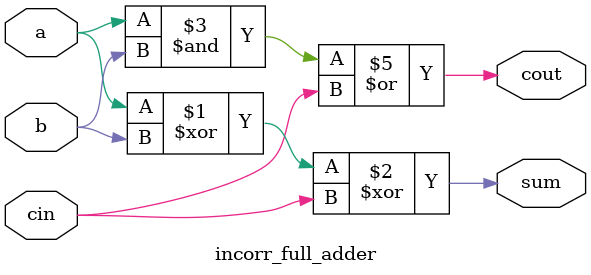
<source format=v>
module incorr_full_adder(a,b,cin,sum,cout);
input a,b,cin;
output sum,cout;
assign sum = a^b^cin;
assign cout = a&b|cin&(1'b1); 
// initial begin
//     $display("The incorrect adder with or0 and and1 having out/1 and in1/1");
// end   
endmodule
</source>
